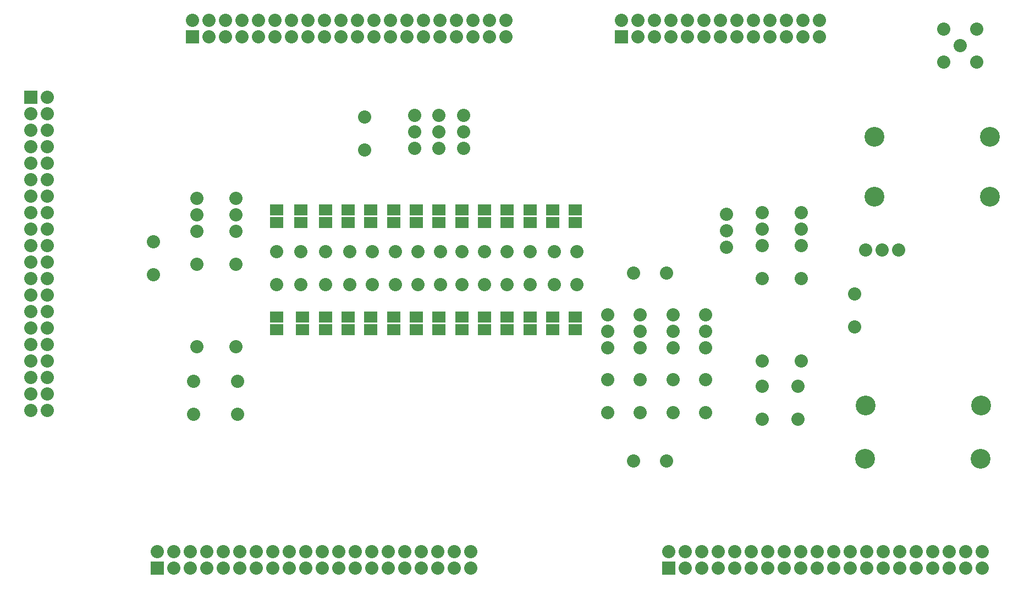
<source format=gbs>
G04 (created by PCBNEW (2013-03-19 BZR 4004)-stable) date 17.12.2013 14:30:56*
%MOIN*%
G04 Gerber Fmt 3.4, Leading zero omitted, Abs format*
%FSLAX34Y34*%
G01*
G70*
G90*
G04 APERTURE LIST*
%ADD10C,2.3622e-006*%
%ADD11R,0.079X0.0712*%
%ADD12C,0.08*%
%ADD13R,0.08X0.08*%
%ADD14C,0.12*%
G04 APERTURE END LIST*
G54D10*
G54D11*
X61515Y-23837D03*
X61515Y-24587D03*
G54D12*
X83874Y-26279D03*
X81874Y-26279D03*
X82874Y-26279D03*
X54527Y-20094D03*
X54527Y-19094D03*
X54527Y-18094D03*
X73425Y-26098D03*
X73425Y-25098D03*
X73425Y-24098D03*
G54D13*
X41051Y-13334D03*
G54D12*
X41051Y-12334D03*
X46051Y-13334D03*
X42051Y-12334D03*
X47051Y-13334D03*
X43051Y-12334D03*
X48051Y-13334D03*
X44051Y-12334D03*
X49051Y-13334D03*
X45051Y-12334D03*
X50051Y-13334D03*
X46051Y-12334D03*
X51051Y-13334D03*
X47051Y-12334D03*
X52051Y-13334D03*
X48051Y-12334D03*
X53051Y-13334D03*
X49051Y-12334D03*
X54051Y-13334D03*
X50051Y-12334D03*
X55051Y-13334D03*
X51051Y-12334D03*
X56051Y-13334D03*
X52051Y-12334D03*
X53051Y-12334D03*
X57051Y-13334D03*
X54051Y-12334D03*
X56051Y-12334D03*
X57051Y-12334D03*
X58051Y-12334D03*
X59051Y-12334D03*
X58051Y-13334D03*
X59051Y-13334D03*
X42051Y-13334D03*
X43051Y-13334D03*
X44051Y-13334D03*
X45051Y-13334D03*
X60051Y-13334D03*
X60051Y-12334D03*
X55051Y-12334D03*
G54D13*
X67051Y-13334D03*
G54D12*
X67051Y-12334D03*
X68051Y-13334D03*
X68051Y-12334D03*
X69051Y-13334D03*
X69051Y-12334D03*
X70051Y-13334D03*
X70051Y-12334D03*
X71051Y-13334D03*
X71051Y-12334D03*
X72051Y-13334D03*
X72051Y-12334D03*
X73051Y-13334D03*
X73051Y-12334D03*
X74051Y-13334D03*
X74051Y-12334D03*
X75051Y-13334D03*
X75051Y-12334D03*
X76051Y-13334D03*
X76051Y-12334D03*
X77051Y-13334D03*
X77051Y-12334D03*
X78051Y-13334D03*
X78051Y-12334D03*
X79051Y-13334D03*
X79051Y-12334D03*
X87598Y-13877D03*
X88598Y-12877D03*
X86598Y-12877D03*
X86598Y-14877D03*
X88598Y-14877D03*
G54D11*
X51870Y-30333D03*
X51870Y-31083D03*
X57381Y-30333D03*
X57381Y-31083D03*
X56003Y-23837D03*
X56003Y-24587D03*
X56003Y-30333D03*
X56003Y-31083D03*
X54625Y-23837D03*
X54625Y-24587D03*
X54625Y-30333D03*
X54625Y-31083D03*
X53248Y-23837D03*
X53248Y-24587D03*
X53248Y-30333D03*
X53248Y-31083D03*
X50492Y-23837D03*
X50492Y-24587D03*
X50492Y-30333D03*
X50492Y-31083D03*
X51870Y-23837D03*
X51870Y-24587D03*
X60137Y-30333D03*
X60137Y-31083D03*
X49114Y-23837D03*
X49114Y-24587D03*
X49114Y-30333D03*
X49114Y-31083D03*
X47637Y-23837D03*
X47637Y-24587D03*
X57381Y-23837D03*
X57381Y-24587D03*
X58759Y-30333D03*
X58759Y-31083D03*
X58759Y-23837D03*
X58759Y-24587D03*
X60137Y-23837D03*
X60137Y-24587D03*
X62893Y-30333D03*
X62893Y-31083D03*
X62893Y-23837D03*
X62893Y-24587D03*
X64271Y-30333D03*
X64271Y-31083D03*
X64271Y-23837D03*
X64271Y-24587D03*
X61515Y-30333D03*
X61515Y-31083D03*
X47736Y-30333D03*
X47736Y-31083D03*
G54D12*
X68208Y-30200D03*
X68208Y-31200D03*
X68208Y-32200D03*
X66240Y-30200D03*
X66240Y-31200D03*
X66240Y-32200D03*
X70177Y-30200D03*
X70177Y-31200D03*
X70177Y-32200D03*
X72145Y-30200D03*
X72145Y-31200D03*
X72145Y-32200D03*
X70177Y-36137D03*
X70177Y-34137D03*
X81200Y-28921D03*
X81200Y-30921D03*
X72145Y-36137D03*
X72145Y-34137D03*
X66240Y-36137D03*
X66240Y-34137D03*
X68208Y-36137D03*
X68208Y-34137D03*
X75590Y-24000D03*
X75590Y-25000D03*
X75590Y-26000D03*
X56003Y-20094D03*
X56003Y-19094D03*
X56003Y-18094D03*
X77952Y-24000D03*
X77952Y-25000D03*
X77952Y-26000D03*
X41338Y-23114D03*
X41338Y-24114D03*
X41338Y-25114D03*
X43700Y-23114D03*
X43700Y-24114D03*
X43700Y-25114D03*
X57480Y-20094D03*
X57480Y-19094D03*
X57480Y-18094D03*
X75590Y-28011D03*
X75590Y-33011D03*
X77952Y-28011D03*
X77952Y-33011D03*
X41338Y-27125D03*
X41338Y-32125D03*
X43700Y-27125D03*
X43700Y-32125D03*
G54D13*
X69929Y-45578D03*
G54D12*
X69929Y-44578D03*
X74929Y-45578D03*
X70929Y-44578D03*
X75929Y-45578D03*
X71929Y-44578D03*
X76929Y-45578D03*
X72929Y-44578D03*
X77929Y-45578D03*
X73929Y-44578D03*
X78929Y-45578D03*
X74929Y-44578D03*
X79929Y-45578D03*
X75929Y-44578D03*
X80929Y-45578D03*
X76929Y-44578D03*
X81929Y-45578D03*
X77929Y-44578D03*
X82929Y-45578D03*
X78929Y-44578D03*
X83929Y-45578D03*
X79929Y-44578D03*
X84929Y-45578D03*
X80929Y-44578D03*
X81929Y-44578D03*
X85929Y-45578D03*
X82929Y-44578D03*
X84929Y-44578D03*
X85929Y-44578D03*
X86929Y-44578D03*
X87929Y-44578D03*
X86929Y-45578D03*
X87929Y-45578D03*
X70929Y-45578D03*
X71929Y-45578D03*
X72929Y-45578D03*
X73929Y-45578D03*
X88929Y-45578D03*
X88929Y-44578D03*
X83929Y-44578D03*
G54D13*
X31271Y-16996D03*
G54D12*
X32271Y-16996D03*
X31271Y-21996D03*
X32271Y-17996D03*
X31271Y-22996D03*
X32271Y-18996D03*
X31271Y-23996D03*
X32271Y-19996D03*
X31271Y-24996D03*
X32271Y-20996D03*
X31271Y-25996D03*
X32271Y-21996D03*
X31271Y-26996D03*
X32271Y-22996D03*
X31271Y-27996D03*
X32271Y-23996D03*
X31271Y-28996D03*
X32271Y-24996D03*
X31271Y-29996D03*
X32271Y-25996D03*
X31271Y-30996D03*
X32271Y-26996D03*
X31271Y-31996D03*
X32271Y-27996D03*
X32271Y-28996D03*
X31271Y-32996D03*
X32271Y-29996D03*
X32271Y-31996D03*
X32271Y-32996D03*
X32271Y-33996D03*
X32271Y-34996D03*
X31271Y-33996D03*
X31271Y-34996D03*
X31271Y-17996D03*
X31271Y-18996D03*
X31271Y-19996D03*
X31271Y-20996D03*
X31271Y-35996D03*
X32271Y-35996D03*
X32271Y-30996D03*
G54D13*
X38925Y-45578D03*
G54D12*
X38925Y-44578D03*
X43925Y-45578D03*
X39925Y-44578D03*
X44925Y-45578D03*
X40925Y-44578D03*
X45925Y-45578D03*
X41925Y-44578D03*
X46925Y-45578D03*
X42925Y-44578D03*
X47925Y-45578D03*
X43925Y-44578D03*
X48925Y-45578D03*
X44925Y-44578D03*
X49925Y-45578D03*
X45925Y-44578D03*
X50925Y-45578D03*
X46925Y-44578D03*
X51925Y-45578D03*
X47925Y-44578D03*
X52925Y-45578D03*
X48925Y-44578D03*
X53925Y-45578D03*
X49925Y-44578D03*
X50925Y-44578D03*
X54925Y-45578D03*
X51925Y-44578D03*
X53925Y-44578D03*
X54925Y-44578D03*
X55925Y-44578D03*
X56925Y-44578D03*
X55925Y-45578D03*
X56925Y-45578D03*
X39925Y-45578D03*
X40925Y-45578D03*
X41925Y-45578D03*
X42925Y-45578D03*
X57925Y-45578D03*
X57925Y-44578D03*
X52925Y-44578D03*
G54D11*
X46161Y-30333D03*
X46161Y-31083D03*
X46161Y-23837D03*
X46161Y-24587D03*
G54D14*
X82381Y-19389D03*
X89381Y-19389D03*
G54D12*
X50590Y-28362D03*
X50590Y-26362D03*
X47637Y-26362D03*
X47637Y-28362D03*
X53346Y-26362D03*
X53346Y-28362D03*
X58759Y-26362D03*
X58759Y-28362D03*
X57381Y-28362D03*
X57381Y-26362D03*
X56102Y-26362D03*
X56102Y-28362D03*
X54724Y-28362D03*
X54724Y-26362D03*
X46161Y-26362D03*
X46161Y-28362D03*
X61515Y-26362D03*
X61515Y-28362D03*
X64370Y-28362D03*
X64370Y-26362D03*
X62992Y-28362D03*
X62992Y-26362D03*
X60137Y-26362D03*
X60137Y-28362D03*
X51968Y-28362D03*
X51968Y-26362D03*
X49114Y-28362D03*
X49114Y-26362D03*
X69799Y-27657D03*
X67799Y-27657D03*
X38681Y-27771D03*
X38681Y-25771D03*
X51476Y-20192D03*
X51476Y-18192D03*
X67799Y-39074D03*
X69799Y-39074D03*
X75590Y-36531D03*
X75590Y-34531D03*
X77755Y-36531D03*
X77755Y-34531D03*
X41141Y-36236D03*
X41141Y-34236D03*
X43799Y-36236D03*
X43799Y-34236D03*
G54D14*
X81850Y-35708D03*
X88850Y-35708D03*
X81811Y-38937D03*
X88811Y-38937D03*
X82401Y-23031D03*
X89401Y-23031D03*
M02*

</source>
